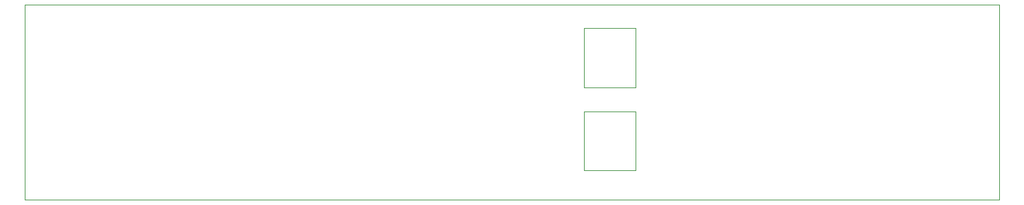
<source format=gbr>
G04 #@! TF.GenerationSoftware,KiCad,Pcbnew,(5.1.0)-1*
G04 #@! TF.CreationDate,2022-11-08T16:58:41+01:00*
G04 #@! TF.ProjectId,DualPressure_V1,4475616c-5072-4657-9373-7572655f5631,rev?*
G04 #@! TF.SameCoordinates,Original*
G04 #@! TF.FileFunction,Profile,NP*
%FSLAX46Y46*%
G04 Gerber Fmt 4.6, Leading zero omitted, Abs format (unit mm)*
G04 Created by KiCad (PCBNEW (5.1.0)-1) date 2022-11-08 16:58:41*
%MOMM*%
%LPD*%
G04 APERTURE LIST*
%ADD10C,0.050000*%
G04 APERTURE END LIST*
D10*
X244500000Y-112000000D02*
X244500000Y-87250000D01*
X121250000Y-112000000D02*
X244500000Y-112000000D01*
X121250000Y-87250000D02*
X121250000Y-112000000D01*
X121250000Y-87250000D02*
X244500000Y-87250000D01*
X192000000Y-90250000D02*
X198500000Y-90250000D01*
X192000000Y-97750000D02*
X192000000Y-90250000D01*
X198500000Y-97750000D02*
X192000000Y-97750000D01*
X198500000Y-90250000D02*
X198500000Y-97750000D01*
X192000000Y-100750000D02*
X198500000Y-100750000D01*
X192000000Y-108250000D02*
X192000000Y-100750000D01*
X198500000Y-108250000D02*
X192000000Y-108250000D01*
X198500000Y-100750000D02*
X198500000Y-108250000D01*
M02*

</source>
